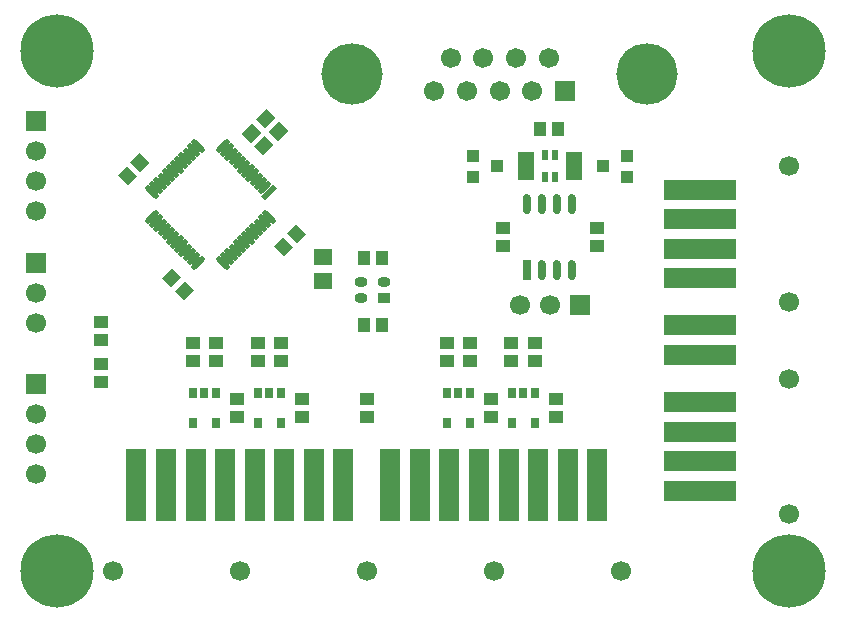
<source format=gts>
G04 (created by PCBNEW (2013-07-07 BZR 4022)-stable) date 06/12/2014 15:19:56*
%MOIN*%
G04 Gerber Fmt 3.4, Leading zero omitted, Abs format*
%FSLAX34Y34*%
G01*
G70*
G90*
G04 APERTURE LIST*
%ADD10C,0.00590551*%
%ADD11R,0.027874X0.037874*%
%ADD12O,0.027874X0.066974*%
%ADD13R,0.027874X0.066974*%
%ADD14R,0.052874X0.046474*%
%ADD15R,0.043274X0.035474*%
%ADD16O,0.043274X0.035474*%
%ADD17R,0.047874X0.042874*%
%ADD18C,0.019674*%
%ADD19C,0.244074*%
%ADD20R,0.023574X0.035474*%
%ADD21R,0.0669291X0.0669291*%
%ADD22C,0.0669291*%
%ADD23R,0.062874X0.052874*%
%ADD24R,0.042874X0.047874*%
%ADD25C,0.204774*%
%ADD26R,0.066974X0.066974*%
%ADD27C,0.066974*%
%ADD28R,0.043874X0.043874*%
%ADD29R,0.0669291X0.244094*%
%ADD30R,0.244094X0.0669291*%
G04 APERTURE END LIST*
G54D10*
G54D11*
X59626Y-30700D03*
X58876Y-30700D03*
X59626Y-31700D03*
X59251Y-30700D03*
X58876Y-31700D03*
X57461Y-30700D03*
X56711Y-30700D03*
X57461Y-31700D03*
X57086Y-30700D03*
X56711Y-31700D03*
X51162Y-30700D03*
X50412Y-30700D03*
X51162Y-31700D03*
X50787Y-30700D03*
X50412Y-31700D03*
X48997Y-30700D03*
X48247Y-30700D03*
X48997Y-31700D03*
X48622Y-30700D03*
X48247Y-31700D03*
G54D12*
X59387Y-24392D03*
G54D13*
X59387Y-26592D03*
G54D12*
X59887Y-24392D03*
X60387Y-24392D03*
X60887Y-24392D03*
X59887Y-26592D03*
X60387Y-26592D03*
X60887Y-26592D03*
G54D14*
X60925Y-22897D03*
X60925Y-23361D03*
X59350Y-22897D03*
X59350Y-23361D03*
G54D15*
X54606Y-27519D03*
G54D16*
X54606Y-27007D03*
X53858Y-27007D03*
X53858Y-27519D03*
G54D17*
X45177Y-28941D03*
X45177Y-28341D03*
X50393Y-29630D03*
X50393Y-29030D03*
X48228Y-29630D03*
X48228Y-29030D03*
G54D10*
G36*
X50892Y-23727D02*
X51031Y-23867D01*
X50642Y-24256D01*
X50503Y-24117D01*
X50892Y-23727D01*
X50892Y-23727D01*
G37*
G54D18*
X50754Y-23728D02*
X50503Y-23978D01*
X50614Y-23589D02*
X50364Y-23839D01*
X50475Y-23449D02*
X50225Y-23700D01*
X50336Y-23310D02*
X50086Y-23560D01*
X50197Y-23171D02*
X49946Y-23421D01*
X50057Y-23032D02*
X49807Y-23282D01*
X49918Y-22892D02*
X49668Y-23143D01*
X49779Y-22754D02*
X49529Y-23004D01*
X49640Y-22614D02*
X49390Y-22865D01*
X49501Y-22475D02*
X49250Y-22725D01*
X49362Y-22335D02*
X49112Y-22585D01*
X48275Y-22336D02*
X48525Y-22587D01*
X48136Y-22475D02*
X48386Y-22725D01*
X47997Y-22614D02*
X48247Y-22865D01*
X47857Y-22754D02*
X48108Y-23004D01*
X47718Y-22893D02*
X47968Y-23143D01*
X47579Y-23032D02*
X47829Y-23283D01*
X47440Y-23172D02*
X47690Y-23422D01*
X47301Y-23310D02*
X47551Y-23560D01*
X47162Y-23449D02*
X47412Y-23700D01*
X47022Y-23589D02*
X47273Y-23839D01*
X46884Y-23727D02*
X47134Y-23978D01*
X46744Y-23867D02*
X46995Y-24117D01*
X46994Y-24702D02*
X46744Y-24952D01*
X47133Y-24841D02*
X46883Y-25091D01*
X47273Y-24980D02*
X47022Y-25231D01*
X47412Y-25120D02*
X47162Y-25370D01*
X47551Y-25259D02*
X47301Y-25509D01*
X47691Y-25398D02*
X47440Y-25649D01*
X47830Y-25537D02*
X47580Y-25788D01*
X47968Y-25676D02*
X47718Y-25926D01*
X48108Y-25815D02*
X47857Y-26066D01*
X48247Y-25955D02*
X47997Y-26205D01*
X48386Y-26094D02*
X48136Y-26344D01*
X48526Y-26233D02*
X48275Y-26484D01*
X49110Y-26233D02*
X49361Y-26483D01*
X49250Y-26093D02*
X49500Y-26344D01*
X49389Y-25954D02*
X49639Y-26204D01*
X49528Y-25815D02*
X49779Y-26065D01*
X49668Y-25675D02*
X49918Y-25926D01*
X49807Y-25536D02*
X50057Y-25786D01*
X49946Y-25397D02*
X50196Y-25648D01*
X50085Y-25258D02*
X50335Y-25509D01*
X50224Y-25119D02*
X50474Y-25369D01*
X50363Y-24980D02*
X50614Y-25230D01*
X50503Y-24840D02*
X50753Y-25091D01*
X50642Y-24701D02*
X50892Y-24951D01*
G54D17*
X45177Y-29719D03*
X45177Y-30319D03*
G54D19*
X43700Y-36614D03*
X68110Y-36614D03*
X68110Y-19291D03*
X43700Y-19291D03*
G54D20*
X59980Y-23483D03*
X59980Y-22775D03*
X60294Y-22775D03*
X60294Y-23483D03*
G54D21*
X43011Y-21629D03*
G54D22*
X43011Y-22629D03*
X43011Y-23629D03*
X43011Y-24629D03*
G54D21*
X43011Y-30389D03*
G54D22*
X43011Y-31389D03*
X43011Y-32389D03*
X43011Y-33389D03*
G54D21*
X61137Y-27755D03*
G54D22*
X60137Y-27755D03*
X59137Y-27755D03*
G54D21*
X43011Y-26362D03*
G54D22*
X43011Y-27362D03*
X43011Y-28362D03*
G54D23*
X52559Y-26174D03*
X52559Y-26974D03*
G54D10*
G36*
X49860Y-22049D02*
X50199Y-21711D01*
X50502Y-22014D01*
X50163Y-22352D01*
X49860Y-22049D01*
X49860Y-22049D01*
G37*
G36*
X50284Y-22473D02*
X50623Y-22135D01*
X50926Y-22438D01*
X50588Y-22777D01*
X50284Y-22473D01*
X50284Y-22473D01*
G37*
G54D24*
X54532Y-28444D03*
X53932Y-28444D03*
G54D10*
G36*
X46065Y-23761D02*
X45726Y-23422D01*
X46030Y-23119D01*
X46368Y-23458D01*
X46065Y-23761D01*
X46065Y-23761D01*
G37*
G36*
X46489Y-23337D02*
X46151Y-22998D01*
X46454Y-22695D01*
X46792Y-23033D01*
X46489Y-23337D01*
X46489Y-23337D01*
G37*
G54D17*
X60334Y-31500D03*
X60334Y-30900D03*
G54D10*
G36*
X51670Y-25057D02*
X52009Y-25396D01*
X51706Y-25699D01*
X51367Y-25360D01*
X51670Y-25057D01*
X51670Y-25057D01*
G37*
G36*
X51246Y-25481D02*
X51585Y-25820D01*
X51281Y-26123D01*
X50943Y-25785D01*
X51246Y-25481D01*
X51246Y-25481D01*
G37*
G54D17*
X58169Y-31500D03*
X58169Y-30900D03*
G54D10*
G36*
X50352Y-21557D02*
X50691Y-21218D01*
X50994Y-21522D01*
X50656Y-21860D01*
X50352Y-21557D01*
X50352Y-21557D01*
G37*
G36*
X50777Y-21981D02*
X51115Y-21643D01*
X51418Y-21946D01*
X51080Y-22284D01*
X50777Y-21981D01*
X50777Y-21981D01*
G37*
G54D17*
X51870Y-31500D03*
X51870Y-30900D03*
X58562Y-25192D03*
X58562Y-25792D03*
X49704Y-31500D03*
X49704Y-30900D03*
G54D10*
G36*
X48269Y-27261D02*
X47930Y-27599D01*
X47627Y-27296D01*
X47966Y-26958D01*
X48269Y-27261D01*
X48269Y-27261D01*
G37*
G36*
X47844Y-26837D02*
X47506Y-27175D01*
X47203Y-26872D01*
X47541Y-26533D01*
X47844Y-26837D01*
X47844Y-26837D01*
G37*
G54D24*
X53932Y-26181D03*
X54532Y-26181D03*
G54D17*
X56692Y-29630D03*
X56692Y-29030D03*
X58858Y-29630D03*
X58858Y-29030D03*
X61712Y-25792D03*
X61712Y-25192D03*
X54035Y-31500D03*
X54035Y-30900D03*
X57480Y-29030D03*
X57480Y-29630D03*
X59645Y-29030D03*
X59645Y-29630D03*
G54D25*
X53543Y-20078D03*
X63385Y-20078D03*
G54D26*
X60645Y-20637D03*
G54D27*
X59555Y-20637D03*
X58464Y-20637D03*
X57373Y-20637D03*
X56283Y-20637D03*
X60100Y-19519D03*
X59009Y-19519D03*
X57919Y-19519D03*
X56828Y-19519D03*
G54D17*
X49015Y-29030D03*
X49015Y-29630D03*
X51181Y-29030D03*
X51181Y-29630D03*
G54D28*
X62703Y-22779D03*
X62703Y-23479D03*
X61903Y-23129D03*
X57572Y-23479D03*
X57572Y-22779D03*
X58372Y-23129D03*
G54D22*
X45570Y-36614D03*
X49803Y-36614D03*
X54035Y-36614D03*
X58267Y-36614D03*
X62500Y-36614D03*
X68110Y-34744D03*
X68110Y-30216D03*
X68110Y-27657D03*
X68110Y-23129D03*
G54D24*
X60418Y-21889D03*
X59818Y-21889D03*
G54D29*
X46358Y-33759D03*
X47342Y-33759D03*
X48326Y-33759D03*
X49311Y-33759D03*
X50295Y-33759D03*
X51279Y-33759D03*
X52263Y-33759D03*
X53248Y-33759D03*
X55807Y-33759D03*
G54D30*
X65157Y-31988D03*
X65157Y-26870D03*
X65157Y-25885D03*
X65157Y-24901D03*
X65157Y-23917D03*
X65157Y-29429D03*
X65157Y-28444D03*
X65157Y-33956D03*
X65157Y-32972D03*
G54D29*
X54822Y-33759D03*
G54D30*
X65157Y-31003D03*
G54D29*
X61712Y-33759D03*
X60728Y-33759D03*
X59744Y-33759D03*
X58759Y-33759D03*
X57775Y-33759D03*
X56791Y-33759D03*
M02*

</source>
